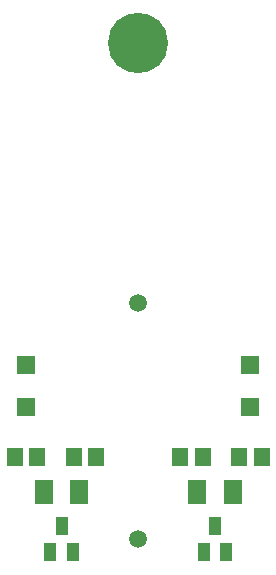
<source format=gts>
G75*
%MOIN*%
%OFA0B0*%
%FSLAX24Y24*%
%IPPOS*%
%LPD*%
%AMOC8*
5,1,8,0,0,1.08239X$1,22.5*
%
%ADD10C,0.2009*%
%ADD11R,0.0434X0.0591*%
%ADD12R,0.0552X0.0631*%
%ADD13R,0.0631X0.0827*%
%ADD14R,0.0631X0.0631*%
%ADD15C,0.0590*%
D10*
X005259Y018184D03*
D11*
X002700Y002081D03*
X002326Y001215D03*
X003074Y001215D03*
X007444Y001215D03*
X007818Y002081D03*
X008192Y001215D03*
D12*
X008625Y004404D03*
X009373Y004404D03*
X007405Y004404D03*
X006657Y004404D03*
X003862Y004404D03*
X003113Y004404D03*
X001893Y004404D03*
X001145Y004404D03*
D13*
X002110Y003223D03*
X003291Y003223D03*
X007228Y003223D03*
X008409Y003223D03*
D14*
X008999Y006077D03*
X008999Y007455D03*
X001519Y007455D03*
X001519Y006077D03*
D15*
X005259Y009522D03*
X005259Y001648D03*
M02*

</source>
